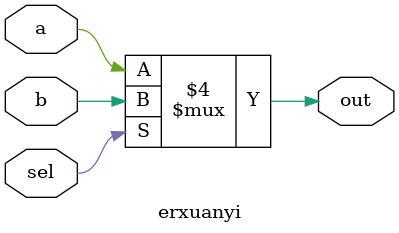
<source format=v>
module erxuanyi(out,a,b,sel);
  input a,b,sel;
  output out;
  reg out;
  always @(sel or a or b)begin
      if(!sel)
        out=a;
      else
        out=b;
  end
endmodule


</source>
